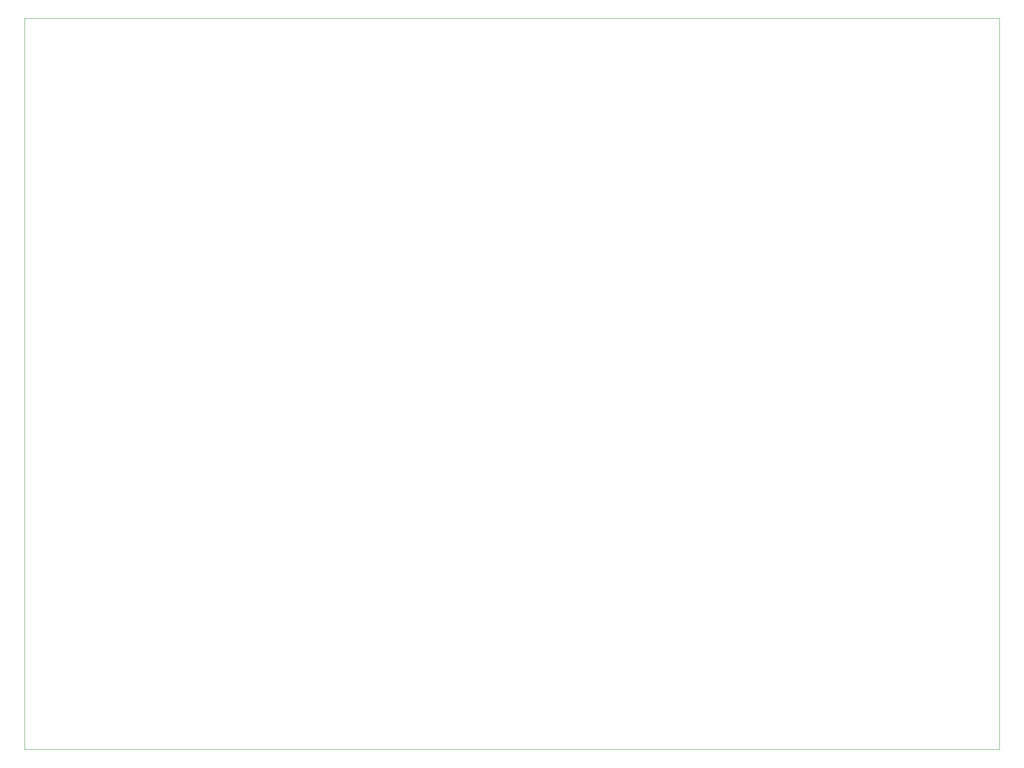
<source format=gbr>
%TF.GenerationSoftware,KiCad,Pcbnew,8.0.2-1*%
%TF.CreationDate,2024-06-24T15:07:34-04:00*%
%TF.ProjectId,stack_controller,73746163-6b5f-4636-9f6e-74726f6c6c65,rev?*%
%TF.SameCoordinates,Original*%
%TF.FileFunction,Profile,NP*%
%FSLAX46Y46*%
G04 Gerber Fmt 4.6, Leading zero omitted, Abs format (unit mm)*
G04 Created by KiCad (PCBNEW 8.0.2-1) date 2024-06-24 15:07:34*
%MOMM*%
%LPD*%
G01*
G04 APERTURE LIST*
%TA.AperFunction,Profile*%
%ADD10C,0.050000*%
%TD*%
G04 APERTURE END LIST*
D10*
X33300000Y-20217000D02*
X241800000Y-20217000D01*
X241800000Y-176717000D01*
X33300000Y-176717000D01*
X33300000Y-20217000D01*
M02*

</source>
